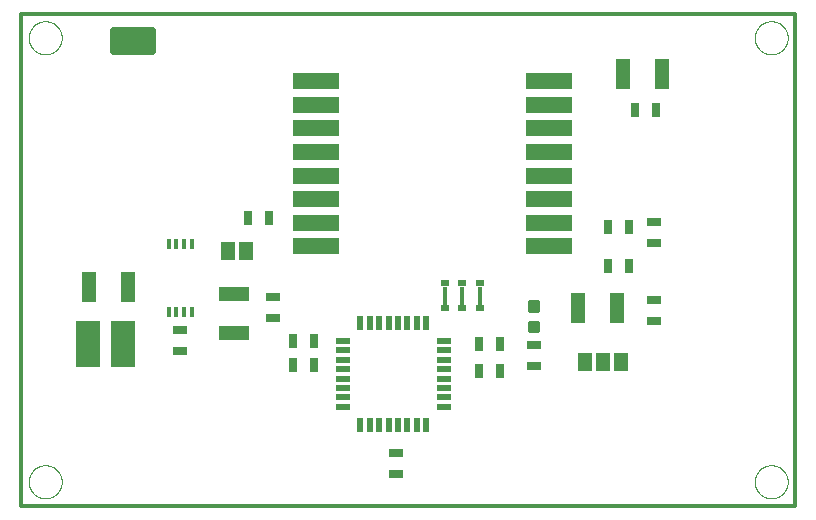
<source format=gtp>
G75*
%MOIN*%
%OFA0B0*%
%FSLAX25Y25*%
%IPPOS*%
%LPD*%
%AMOC8*
5,1,8,0,0,1.08239X$1,22.5*
%
%ADD10C,0.00000*%
%ADD11C,0.01200*%
%ADD12R,0.15748X0.05512*%
%ADD13R,0.04724X0.09843*%
%ADD14R,0.09843X0.04724*%
%ADD15R,0.07874X0.15748*%
%ADD16R,0.01575X0.03543*%
%ADD17R,0.04724X0.03150*%
%ADD18R,0.03150X0.04724*%
%ADD19R,0.04600X0.06300*%
%ADD20R,0.01575X0.06299*%
%ADD21R,0.03150X0.01969*%
%ADD22C,0.02362*%
%ADD23R,0.05000X0.02200*%
%ADD24R,0.02200X0.05000*%
%ADD25C,0.01181*%
D10*
X0004288Y0009800D02*
X0004290Y0009948D01*
X0004296Y0010096D01*
X0004306Y0010244D01*
X0004320Y0010391D01*
X0004338Y0010538D01*
X0004359Y0010684D01*
X0004385Y0010830D01*
X0004415Y0010975D01*
X0004448Y0011119D01*
X0004486Y0011262D01*
X0004527Y0011404D01*
X0004572Y0011545D01*
X0004620Y0011685D01*
X0004673Y0011824D01*
X0004729Y0011961D01*
X0004789Y0012096D01*
X0004852Y0012230D01*
X0004919Y0012362D01*
X0004990Y0012492D01*
X0005064Y0012620D01*
X0005141Y0012746D01*
X0005222Y0012870D01*
X0005306Y0012992D01*
X0005393Y0013111D01*
X0005484Y0013228D01*
X0005578Y0013343D01*
X0005674Y0013455D01*
X0005774Y0013565D01*
X0005876Y0013671D01*
X0005982Y0013775D01*
X0006090Y0013876D01*
X0006201Y0013974D01*
X0006314Y0014070D01*
X0006430Y0014162D01*
X0006548Y0014251D01*
X0006669Y0014336D01*
X0006792Y0014419D01*
X0006917Y0014498D01*
X0007044Y0014574D01*
X0007173Y0014646D01*
X0007304Y0014715D01*
X0007437Y0014780D01*
X0007572Y0014841D01*
X0007708Y0014899D01*
X0007845Y0014954D01*
X0007984Y0015004D01*
X0008125Y0015051D01*
X0008266Y0015094D01*
X0008409Y0015134D01*
X0008553Y0015169D01*
X0008697Y0015201D01*
X0008843Y0015228D01*
X0008989Y0015252D01*
X0009136Y0015272D01*
X0009283Y0015288D01*
X0009430Y0015300D01*
X0009578Y0015308D01*
X0009726Y0015312D01*
X0009874Y0015312D01*
X0010022Y0015308D01*
X0010170Y0015300D01*
X0010317Y0015288D01*
X0010464Y0015272D01*
X0010611Y0015252D01*
X0010757Y0015228D01*
X0010903Y0015201D01*
X0011047Y0015169D01*
X0011191Y0015134D01*
X0011334Y0015094D01*
X0011475Y0015051D01*
X0011616Y0015004D01*
X0011755Y0014954D01*
X0011892Y0014899D01*
X0012028Y0014841D01*
X0012163Y0014780D01*
X0012296Y0014715D01*
X0012427Y0014646D01*
X0012556Y0014574D01*
X0012683Y0014498D01*
X0012808Y0014419D01*
X0012931Y0014336D01*
X0013052Y0014251D01*
X0013170Y0014162D01*
X0013286Y0014070D01*
X0013399Y0013974D01*
X0013510Y0013876D01*
X0013618Y0013775D01*
X0013724Y0013671D01*
X0013826Y0013565D01*
X0013926Y0013455D01*
X0014022Y0013343D01*
X0014116Y0013228D01*
X0014207Y0013111D01*
X0014294Y0012992D01*
X0014378Y0012870D01*
X0014459Y0012746D01*
X0014536Y0012620D01*
X0014610Y0012492D01*
X0014681Y0012362D01*
X0014748Y0012230D01*
X0014811Y0012096D01*
X0014871Y0011961D01*
X0014927Y0011824D01*
X0014980Y0011685D01*
X0015028Y0011545D01*
X0015073Y0011404D01*
X0015114Y0011262D01*
X0015152Y0011119D01*
X0015185Y0010975D01*
X0015215Y0010830D01*
X0015241Y0010684D01*
X0015262Y0010538D01*
X0015280Y0010391D01*
X0015294Y0010244D01*
X0015304Y0010096D01*
X0015310Y0009948D01*
X0015312Y0009800D01*
X0015310Y0009652D01*
X0015304Y0009504D01*
X0015294Y0009356D01*
X0015280Y0009209D01*
X0015262Y0009062D01*
X0015241Y0008916D01*
X0015215Y0008770D01*
X0015185Y0008625D01*
X0015152Y0008481D01*
X0015114Y0008338D01*
X0015073Y0008196D01*
X0015028Y0008055D01*
X0014980Y0007915D01*
X0014927Y0007776D01*
X0014871Y0007639D01*
X0014811Y0007504D01*
X0014748Y0007370D01*
X0014681Y0007238D01*
X0014610Y0007108D01*
X0014536Y0006980D01*
X0014459Y0006854D01*
X0014378Y0006730D01*
X0014294Y0006608D01*
X0014207Y0006489D01*
X0014116Y0006372D01*
X0014022Y0006257D01*
X0013926Y0006145D01*
X0013826Y0006035D01*
X0013724Y0005929D01*
X0013618Y0005825D01*
X0013510Y0005724D01*
X0013399Y0005626D01*
X0013286Y0005530D01*
X0013170Y0005438D01*
X0013052Y0005349D01*
X0012931Y0005264D01*
X0012808Y0005181D01*
X0012683Y0005102D01*
X0012556Y0005026D01*
X0012427Y0004954D01*
X0012296Y0004885D01*
X0012163Y0004820D01*
X0012028Y0004759D01*
X0011892Y0004701D01*
X0011755Y0004646D01*
X0011616Y0004596D01*
X0011475Y0004549D01*
X0011334Y0004506D01*
X0011191Y0004466D01*
X0011047Y0004431D01*
X0010903Y0004399D01*
X0010757Y0004372D01*
X0010611Y0004348D01*
X0010464Y0004328D01*
X0010317Y0004312D01*
X0010170Y0004300D01*
X0010022Y0004292D01*
X0009874Y0004288D01*
X0009726Y0004288D01*
X0009578Y0004292D01*
X0009430Y0004300D01*
X0009283Y0004312D01*
X0009136Y0004328D01*
X0008989Y0004348D01*
X0008843Y0004372D01*
X0008697Y0004399D01*
X0008553Y0004431D01*
X0008409Y0004466D01*
X0008266Y0004506D01*
X0008125Y0004549D01*
X0007984Y0004596D01*
X0007845Y0004646D01*
X0007708Y0004701D01*
X0007572Y0004759D01*
X0007437Y0004820D01*
X0007304Y0004885D01*
X0007173Y0004954D01*
X0007044Y0005026D01*
X0006917Y0005102D01*
X0006792Y0005181D01*
X0006669Y0005264D01*
X0006548Y0005349D01*
X0006430Y0005438D01*
X0006314Y0005530D01*
X0006201Y0005626D01*
X0006090Y0005724D01*
X0005982Y0005825D01*
X0005876Y0005929D01*
X0005774Y0006035D01*
X0005674Y0006145D01*
X0005578Y0006257D01*
X0005484Y0006372D01*
X0005393Y0006489D01*
X0005306Y0006608D01*
X0005222Y0006730D01*
X0005141Y0006854D01*
X0005064Y0006980D01*
X0004990Y0007108D01*
X0004919Y0007238D01*
X0004852Y0007370D01*
X0004789Y0007504D01*
X0004729Y0007639D01*
X0004673Y0007776D01*
X0004620Y0007915D01*
X0004572Y0008055D01*
X0004527Y0008196D01*
X0004486Y0008338D01*
X0004448Y0008481D01*
X0004415Y0008625D01*
X0004385Y0008770D01*
X0004359Y0008916D01*
X0004338Y0009062D01*
X0004320Y0009209D01*
X0004306Y0009356D01*
X0004296Y0009504D01*
X0004290Y0009652D01*
X0004288Y0009800D01*
X0004288Y0157800D02*
X0004290Y0157948D01*
X0004296Y0158096D01*
X0004306Y0158244D01*
X0004320Y0158391D01*
X0004338Y0158538D01*
X0004359Y0158684D01*
X0004385Y0158830D01*
X0004415Y0158975D01*
X0004448Y0159119D01*
X0004486Y0159262D01*
X0004527Y0159404D01*
X0004572Y0159545D01*
X0004620Y0159685D01*
X0004673Y0159824D01*
X0004729Y0159961D01*
X0004789Y0160096D01*
X0004852Y0160230D01*
X0004919Y0160362D01*
X0004990Y0160492D01*
X0005064Y0160620D01*
X0005141Y0160746D01*
X0005222Y0160870D01*
X0005306Y0160992D01*
X0005393Y0161111D01*
X0005484Y0161228D01*
X0005578Y0161343D01*
X0005674Y0161455D01*
X0005774Y0161565D01*
X0005876Y0161671D01*
X0005982Y0161775D01*
X0006090Y0161876D01*
X0006201Y0161974D01*
X0006314Y0162070D01*
X0006430Y0162162D01*
X0006548Y0162251D01*
X0006669Y0162336D01*
X0006792Y0162419D01*
X0006917Y0162498D01*
X0007044Y0162574D01*
X0007173Y0162646D01*
X0007304Y0162715D01*
X0007437Y0162780D01*
X0007572Y0162841D01*
X0007708Y0162899D01*
X0007845Y0162954D01*
X0007984Y0163004D01*
X0008125Y0163051D01*
X0008266Y0163094D01*
X0008409Y0163134D01*
X0008553Y0163169D01*
X0008697Y0163201D01*
X0008843Y0163228D01*
X0008989Y0163252D01*
X0009136Y0163272D01*
X0009283Y0163288D01*
X0009430Y0163300D01*
X0009578Y0163308D01*
X0009726Y0163312D01*
X0009874Y0163312D01*
X0010022Y0163308D01*
X0010170Y0163300D01*
X0010317Y0163288D01*
X0010464Y0163272D01*
X0010611Y0163252D01*
X0010757Y0163228D01*
X0010903Y0163201D01*
X0011047Y0163169D01*
X0011191Y0163134D01*
X0011334Y0163094D01*
X0011475Y0163051D01*
X0011616Y0163004D01*
X0011755Y0162954D01*
X0011892Y0162899D01*
X0012028Y0162841D01*
X0012163Y0162780D01*
X0012296Y0162715D01*
X0012427Y0162646D01*
X0012556Y0162574D01*
X0012683Y0162498D01*
X0012808Y0162419D01*
X0012931Y0162336D01*
X0013052Y0162251D01*
X0013170Y0162162D01*
X0013286Y0162070D01*
X0013399Y0161974D01*
X0013510Y0161876D01*
X0013618Y0161775D01*
X0013724Y0161671D01*
X0013826Y0161565D01*
X0013926Y0161455D01*
X0014022Y0161343D01*
X0014116Y0161228D01*
X0014207Y0161111D01*
X0014294Y0160992D01*
X0014378Y0160870D01*
X0014459Y0160746D01*
X0014536Y0160620D01*
X0014610Y0160492D01*
X0014681Y0160362D01*
X0014748Y0160230D01*
X0014811Y0160096D01*
X0014871Y0159961D01*
X0014927Y0159824D01*
X0014980Y0159685D01*
X0015028Y0159545D01*
X0015073Y0159404D01*
X0015114Y0159262D01*
X0015152Y0159119D01*
X0015185Y0158975D01*
X0015215Y0158830D01*
X0015241Y0158684D01*
X0015262Y0158538D01*
X0015280Y0158391D01*
X0015294Y0158244D01*
X0015304Y0158096D01*
X0015310Y0157948D01*
X0015312Y0157800D01*
X0015310Y0157652D01*
X0015304Y0157504D01*
X0015294Y0157356D01*
X0015280Y0157209D01*
X0015262Y0157062D01*
X0015241Y0156916D01*
X0015215Y0156770D01*
X0015185Y0156625D01*
X0015152Y0156481D01*
X0015114Y0156338D01*
X0015073Y0156196D01*
X0015028Y0156055D01*
X0014980Y0155915D01*
X0014927Y0155776D01*
X0014871Y0155639D01*
X0014811Y0155504D01*
X0014748Y0155370D01*
X0014681Y0155238D01*
X0014610Y0155108D01*
X0014536Y0154980D01*
X0014459Y0154854D01*
X0014378Y0154730D01*
X0014294Y0154608D01*
X0014207Y0154489D01*
X0014116Y0154372D01*
X0014022Y0154257D01*
X0013926Y0154145D01*
X0013826Y0154035D01*
X0013724Y0153929D01*
X0013618Y0153825D01*
X0013510Y0153724D01*
X0013399Y0153626D01*
X0013286Y0153530D01*
X0013170Y0153438D01*
X0013052Y0153349D01*
X0012931Y0153264D01*
X0012808Y0153181D01*
X0012683Y0153102D01*
X0012556Y0153026D01*
X0012427Y0152954D01*
X0012296Y0152885D01*
X0012163Y0152820D01*
X0012028Y0152759D01*
X0011892Y0152701D01*
X0011755Y0152646D01*
X0011616Y0152596D01*
X0011475Y0152549D01*
X0011334Y0152506D01*
X0011191Y0152466D01*
X0011047Y0152431D01*
X0010903Y0152399D01*
X0010757Y0152372D01*
X0010611Y0152348D01*
X0010464Y0152328D01*
X0010317Y0152312D01*
X0010170Y0152300D01*
X0010022Y0152292D01*
X0009874Y0152288D01*
X0009726Y0152288D01*
X0009578Y0152292D01*
X0009430Y0152300D01*
X0009283Y0152312D01*
X0009136Y0152328D01*
X0008989Y0152348D01*
X0008843Y0152372D01*
X0008697Y0152399D01*
X0008553Y0152431D01*
X0008409Y0152466D01*
X0008266Y0152506D01*
X0008125Y0152549D01*
X0007984Y0152596D01*
X0007845Y0152646D01*
X0007708Y0152701D01*
X0007572Y0152759D01*
X0007437Y0152820D01*
X0007304Y0152885D01*
X0007173Y0152954D01*
X0007044Y0153026D01*
X0006917Y0153102D01*
X0006792Y0153181D01*
X0006669Y0153264D01*
X0006548Y0153349D01*
X0006430Y0153438D01*
X0006314Y0153530D01*
X0006201Y0153626D01*
X0006090Y0153724D01*
X0005982Y0153825D01*
X0005876Y0153929D01*
X0005774Y0154035D01*
X0005674Y0154145D01*
X0005578Y0154257D01*
X0005484Y0154372D01*
X0005393Y0154489D01*
X0005306Y0154608D01*
X0005222Y0154730D01*
X0005141Y0154854D01*
X0005064Y0154980D01*
X0004990Y0155108D01*
X0004919Y0155238D01*
X0004852Y0155370D01*
X0004789Y0155504D01*
X0004729Y0155639D01*
X0004673Y0155776D01*
X0004620Y0155915D01*
X0004572Y0156055D01*
X0004527Y0156196D01*
X0004486Y0156338D01*
X0004448Y0156481D01*
X0004415Y0156625D01*
X0004385Y0156770D01*
X0004359Y0156916D01*
X0004338Y0157062D01*
X0004320Y0157209D01*
X0004306Y0157356D01*
X0004296Y0157504D01*
X0004290Y0157652D01*
X0004288Y0157800D01*
X0246288Y0157800D02*
X0246290Y0157948D01*
X0246296Y0158096D01*
X0246306Y0158244D01*
X0246320Y0158391D01*
X0246338Y0158538D01*
X0246359Y0158684D01*
X0246385Y0158830D01*
X0246415Y0158975D01*
X0246448Y0159119D01*
X0246486Y0159262D01*
X0246527Y0159404D01*
X0246572Y0159545D01*
X0246620Y0159685D01*
X0246673Y0159824D01*
X0246729Y0159961D01*
X0246789Y0160096D01*
X0246852Y0160230D01*
X0246919Y0160362D01*
X0246990Y0160492D01*
X0247064Y0160620D01*
X0247141Y0160746D01*
X0247222Y0160870D01*
X0247306Y0160992D01*
X0247393Y0161111D01*
X0247484Y0161228D01*
X0247578Y0161343D01*
X0247674Y0161455D01*
X0247774Y0161565D01*
X0247876Y0161671D01*
X0247982Y0161775D01*
X0248090Y0161876D01*
X0248201Y0161974D01*
X0248314Y0162070D01*
X0248430Y0162162D01*
X0248548Y0162251D01*
X0248669Y0162336D01*
X0248792Y0162419D01*
X0248917Y0162498D01*
X0249044Y0162574D01*
X0249173Y0162646D01*
X0249304Y0162715D01*
X0249437Y0162780D01*
X0249572Y0162841D01*
X0249708Y0162899D01*
X0249845Y0162954D01*
X0249984Y0163004D01*
X0250125Y0163051D01*
X0250266Y0163094D01*
X0250409Y0163134D01*
X0250553Y0163169D01*
X0250697Y0163201D01*
X0250843Y0163228D01*
X0250989Y0163252D01*
X0251136Y0163272D01*
X0251283Y0163288D01*
X0251430Y0163300D01*
X0251578Y0163308D01*
X0251726Y0163312D01*
X0251874Y0163312D01*
X0252022Y0163308D01*
X0252170Y0163300D01*
X0252317Y0163288D01*
X0252464Y0163272D01*
X0252611Y0163252D01*
X0252757Y0163228D01*
X0252903Y0163201D01*
X0253047Y0163169D01*
X0253191Y0163134D01*
X0253334Y0163094D01*
X0253475Y0163051D01*
X0253616Y0163004D01*
X0253755Y0162954D01*
X0253892Y0162899D01*
X0254028Y0162841D01*
X0254163Y0162780D01*
X0254296Y0162715D01*
X0254427Y0162646D01*
X0254556Y0162574D01*
X0254683Y0162498D01*
X0254808Y0162419D01*
X0254931Y0162336D01*
X0255052Y0162251D01*
X0255170Y0162162D01*
X0255286Y0162070D01*
X0255399Y0161974D01*
X0255510Y0161876D01*
X0255618Y0161775D01*
X0255724Y0161671D01*
X0255826Y0161565D01*
X0255926Y0161455D01*
X0256022Y0161343D01*
X0256116Y0161228D01*
X0256207Y0161111D01*
X0256294Y0160992D01*
X0256378Y0160870D01*
X0256459Y0160746D01*
X0256536Y0160620D01*
X0256610Y0160492D01*
X0256681Y0160362D01*
X0256748Y0160230D01*
X0256811Y0160096D01*
X0256871Y0159961D01*
X0256927Y0159824D01*
X0256980Y0159685D01*
X0257028Y0159545D01*
X0257073Y0159404D01*
X0257114Y0159262D01*
X0257152Y0159119D01*
X0257185Y0158975D01*
X0257215Y0158830D01*
X0257241Y0158684D01*
X0257262Y0158538D01*
X0257280Y0158391D01*
X0257294Y0158244D01*
X0257304Y0158096D01*
X0257310Y0157948D01*
X0257312Y0157800D01*
X0257310Y0157652D01*
X0257304Y0157504D01*
X0257294Y0157356D01*
X0257280Y0157209D01*
X0257262Y0157062D01*
X0257241Y0156916D01*
X0257215Y0156770D01*
X0257185Y0156625D01*
X0257152Y0156481D01*
X0257114Y0156338D01*
X0257073Y0156196D01*
X0257028Y0156055D01*
X0256980Y0155915D01*
X0256927Y0155776D01*
X0256871Y0155639D01*
X0256811Y0155504D01*
X0256748Y0155370D01*
X0256681Y0155238D01*
X0256610Y0155108D01*
X0256536Y0154980D01*
X0256459Y0154854D01*
X0256378Y0154730D01*
X0256294Y0154608D01*
X0256207Y0154489D01*
X0256116Y0154372D01*
X0256022Y0154257D01*
X0255926Y0154145D01*
X0255826Y0154035D01*
X0255724Y0153929D01*
X0255618Y0153825D01*
X0255510Y0153724D01*
X0255399Y0153626D01*
X0255286Y0153530D01*
X0255170Y0153438D01*
X0255052Y0153349D01*
X0254931Y0153264D01*
X0254808Y0153181D01*
X0254683Y0153102D01*
X0254556Y0153026D01*
X0254427Y0152954D01*
X0254296Y0152885D01*
X0254163Y0152820D01*
X0254028Y0152759D01*
X0253892Y0152701D01*
X0253755Y0152646D01*
X0253616Y0152596D01*
X0253475Y0152549D01*
X0253334Y0152506D01*
X0253191Y0152466D01*
X0253047Y0152431D01*
X0252903Y0152399D01*
X0252757Y0152372D01*
X0252611Y0152348D01*
X0252464Y0152328D01*
X0252317Y0152312D01*
X0252170Y0152300D01*
X0252022Y0152292D01*
X0251874Y0152288D01*
X0251726Y0152288D01*
X0251578Y0152292D01*
X0251430Y0152300D01*
X0251283Y0152312D01*
X0251136Y0152328D01*
X0250989Y0152348D01*
X0250843Y0152372D01*
X0250697Y0152399D01*
X0250553Y0152431D01*
X0250409Y0152466D01*
X0250266Y0152506D01*
X0250125Y0152549D01*
X0249984Y0152596D01*
X0249845Y0152646D01*
X0249708Y0152701D01*
X0249572Y0152759D01*
X0249437Y0152820D01*
X0249304Y0152885D01*
X0249173Y0152954D01*
X0249044Y0153026D01*
X0248917Y0153102D01*
X0248792Y0153181D01*
X0248669Y0153264D01*
X0248548Y0153349D01*
X0248430Y0153438D01*
X0248314Y0153530D01*
X0248201Y0153626D01*
X0248090Y0153724D01*
X0247982Y0153825D01*
X0247876Y0153929D01*
X0247774Y0154035D01*
X0247674Y0154145D01*
X0247578Y0154257D01*
X0247484Y0154372D01*
X0247393Y0154489D01*
X0247306Y0154608D01*
X0247222Y0154730D01*
X0247141Y0154854D01*
X0247064Y0154980D01*
X0246990Y0155108D01*
X0246919Y0155238D01*
X0246852Y0155370D01*
X0246789Y0155504D01*
X0246729Y0155639D01*
X0246673Y0155776D01*
X0246620Y0155915D01*
X0246572Y0156055D01*
X0246527Y0156196D01*
X0246486Y0156338D01*
X0246448Y0156481D01*
X0246415Y0156625D01*
X0246385Y0156770D01*
X0246359Y0156916D01*
X0246338Y0157062D01*
X0246320Y0157209D01*
X0246306Y0157356D01*
X0246296Y0157504D01*
X0246290Y0157652D01*
X0246288Y0157800D01*
X0246288Y0009800D02*
X0246290Y0009948D01*
X0246296Y0010096D01*
X0246306Y0010244D01*
X0246320Y0010391D01*
X0246338Y0010538D01*
X0246359Y0010684D01*
X0246385Y0010830D01*
X0246415Y0010975D01*
X0246448Y0011119D01*
X0246486Y0011262D01*
X0246527Y0011404D01*
X0246572Y0011545D01*
X0246620Y0011685D01*
X0246673Y0011824D01*
X0246729Y0011961D01*
X0246789Y0012096D01*
X0246852Y0012230D01*
X0246919Y0012362D01*
X0246990Y0012492D01*
X0247064Y0012620D01*
X0247141Y0012746D01*
X0247222Y0012870D01*
X0247306Y0012992D01*
X0247393Y0013111D01*
X0247484Y0013228D01*
X0247578Y0013343D01*
X0247674Y0013455D01*
X0247774Y0013565D01*
X0247876Y0013671D01*
X0247982Y0013775D01*
X0248090Y0013876D01*
X0248201Y0013974D01*
X0248314Y0014070D01*
X0248430Y0014162D01*
X0248548Y0014251D01*
X0248669Y0014336D01*
X0248792Y0014419D01*
X0248917Y0014498D01*
X0249044Y0014574D01*
X0249173Y0014646D01*
X0249304Y0014715D01*
X0249437Y0014780D01*
X0249572Y0014841D01*
X0249708Y0014899D01*
X0249845Y0014954D01*
X0249984Y0015004D01*
X0250125Y0015051D01*
X0250266Y0015094D01*
X0250409Y0015134D01*
X0250553Y0015169D01*
X0250697Y0015201D01*
X0250843Y0015228D01*
X0250989Y0015252D01*
X0251136Y0015272D01*
X0251283Y0015288D01*
X0251430Y0015300D01*
X0251578Y0015308D01*
X0251726Y0015312D01*
X0251874Y0015312D01*
X0252022Y0015308D01*
X0252170Y0015300D01*
X0252317Y0015288D01*
X0252464Y0015272D01*
X0252611Y0015252D01*
X0252757Y0015228D01*
X0252903Y0015201D01*
X0253047Y0015169D01*
X0253191Y0015134D01*
X0253334Y0015094D01*
X0253475Y0015051D01*
X0253616Y0015004D01*
X0253755Y0014954D01*
X0253892Y0014899D01*
X0254028Y0014841D01*
X0254163Y0014780D01*
X0254296Y0014715D01*
X0254427Y0014646D01*
X0254556Y0014574D01*
X0254683Y0014498D01*
X0254808Y0014419D01*
X0254931Y0014336D01*
X0255052Y0014251D01*
X0255170Y0014162D01*
X0255286Y0014070D01*
X0255399Y0013974D01*
X0255510Y0013876D01*
X0255618Y0013775D01*
X0255724Y0013671D01*
X0255826Y0013565D01*
X0255926Y0013455D01*
X0256022Y0013343D01*
X0256116Y0013228D01*
X0256207Y0013111D01*
X0256294Y0012992D01*
X0256378Y0012870D01*
X0256459Y0012746D01*
X0256536Y0012620D01*
X0256610Y0012492D01*
X0256681Y0012362D01*
X0256748Y0012230D01*
X0256811Y0012096D01*
X0256871Y0011961D01*
X0256927Y0011824D01*
X0256980Y0011685D01*
X0257028Y0011545D01*
X0257073Y0011404D01*
X0257114Y0011262D01*
X0257152Y0011119D01*
X0257185Y0010975D01*
X0257215Y0010830D01*
X0257241Y0010684D01*
X0257262Y0010538D01*
X0257280Y0010391D01*
X0257294Y0010244D01*
X0257304Y0010096D01*
X0257310Y0009948D01*
X0257312Y0009800D01*
X0257310Y0009652D01*
X0257304Y0009504D01*
X0257294Y0009356D01*
X0257280Y0009209D01*
X0257262Y0009062D01*
X0257241Y0008916D01*
X0257215Y0008770D01*
X0257185Y0008625D01*
X0257152Y0008481D01*
X0257114Y0008338D01*
X0257073Y0008196D01*
X0257028Y0008055D01*
X0256980Y0007915D01*
X0256927Y0007776D01*
X0256871Y0007639D01*
X0256811Y0007504D01*
X0256748Y0007370D01*
X0256681Y0007238D01*
X0256610Y0007108D01*
X0256536Y0006980D01*
X0256459Y0006854D01*
X0256378Y0006730D01*
X0256294Y0006608D01*
X0256207Y0006489D01*
X0256116Y0006372D01*
X0256022Y0006257D01*
X0255926Y0006145D01*
X0255826Y0006035D01*
X0255724Y0005929D01*
X0255618Y0005825D01*
X0255510Y0005724D01*
X0255399Y0005626D01*
X0255286Y0005530D01*
X0255170Y0005438D01*
X0255052Y0005349D01*
X0254931Y0005264D01*
X0254808Y0005181D01*
X0254683Y0005102D01*
X0254556Y0005026D01*
X0254427Y0004954D01*
X0254296Y0004885D01*
X0254163Y0004820D01*
X0254028Y0004759D01*
X0253892Y0004701D01*
X0253755Y0004646D01*
X0253616Y0004596D01*
X0253475Y0004549D01*
X0253334Y0004506D01*
X0253191Y0004466D01*
X0253047Y0004431D01*
X0252903Y0004399D01*
X0252757Y0004372D01*
X0252611Y0004348D01*
X0252464Y0004328D01*
X0252317Y0004312D01*
X0252170Y0004300D01*
X0252022Y0004292D01*
X0251874Y0004288D01*
X0251726Y0004288D01*
X0251578Y0004292D01*
X0251430Y0004300D01*
X0251283Y0004312D01*
X0251136Y0004328D01*
X0250989Y0004348D01*
X0250843Y0004372D01*
X0250697Y0004399D01*
X0250553Y0004431D01*
X0250409Y0004466D01*
X0250266Y0004506D01*
X0250125Y0004549D01*
X0249984Y0004596D01*
X0249845Y0004646D01*
X0249708Y0004701D01*
X0249572Y0004759D01*
X0249437Y0004820D01*
X0249304Y0004885D01*
X0249173Y0004954D01*
X0249044Y0005026D01*
X0248917Y0005102D01*
X0248792Y0005181D01*
X0248669Y0005264D01*
X0248548Y0005349D01*
X0248430Y0005438D01*
X0248314Y0005530D01*
X0248201Y0005626D01*
X0248090Y0005724D01*
X0247982Y0005825D01*
X0247876Y0005929D01*
X0247774Y0006035D01*
X0247674Y0006145D01*
X0247578Y0006257D01*
X0247484Y0006372D01*
X0247393Y0006489D01*
X0247306Y0006608D01*
X0247222Y0006730D01*
X0247141Y0006854D01*
X0247064Y0006980D01*
X0246990Y0007108D01*
X0246919Y0007238D01*
X0246852Y0007370D01*
X0246789Y0007504D01*
X0246729Y0007639D01*
X0246673Y0007776D01*
X0246620Y0007915D01*
X0246572Y0008055D01*
X0246527Y0008196D01*
X0246486Y0008338D01*
X0246448Y0008481D01*
X0246415Y0008625D01*
X0246385Y0008770D01*
X0246359Y0008916D01*
X0246338Y0009062D01*
X0246320Y0009209D01*
X0246306Y0009356D01*
X0246296Y0009504D01*
X0246290Y0009652D01*
X0246288Y0009800D01*
D11*
X0001800Y0001800D02*
X0001800Y0165501D01*
X0001800Y0165800D02*
X0259800Y0165800D01*
X0259800Y0001800D01*
X0259721Y0001800D02*
X0001800Y0001800D01*
D12*
X0100020Y0088241D03*
X0100020Y0096115D03*
X0100020Y0103989D03*
X0100020Y0111863D03*
X0100020Y0119737D03*
X0100020Y0127611D03*
X0100020Y0135485D03*
X0100020Y0143359D03*
X0177580Y0143359D03*
X0177580Y0135485D03*
X0177580Y0127611D03*
X0177580Y0119737D03*
X0177580Y0111863D03*
X0177580Y0103989D03*
X0177580Y0096115D03*
X0177580Y0088241D03*
D13*
X0187304Y0067800D03*
X0200296Y0067800D03*
X0202304Y0145800D03*
X0215296Y0145800D03*
X0037296Y0074800D03*
X0024304Y0074800D03*
D14*
X0072800Y0072296D03*
X0072800Y0059304D03*
D15*
X0035706Y0055800D03*
X0023894Y0055800D03*
D16*
X0050961Y0066383D03*
X0053520Y0066383D03*
X0056080Y0066383D03*
X0058639Y0066383D03*
X0058639Y0089217D03*
X0056080Y0089217D03*
X0053520Y0089217D03*
X0050961Y0089217D03*
D17*
X0085800Y0071343D03*
X0085800Y0064257D03*
X0054800Y0060343D03*
X0054800Y0053257D03*
X0126800Y0019343D03*
X0126800Y0012257D03*
X0172800Y0048257D03*
X0172800Y0055343D03*
X0212800Y0063257D03*
X0212800Y0070343D03*
X0212800Y0089257D03*
X0212800Y0096343D03*
D18*
X0204343Y0094800D03*
X0197257Y0094800D03*
X0197257Y0081800D03*
X0204343Y0081800D03*
X0161343Y0055800D03*
X0154257Y0055800D03*
X0154257Y0046800D03*
X0161343Y0046800D03*
X0099343Y0048800D03*
X0092257Y0048800D03*
X0092257Y0056800D03*
X0099343Y0056800D03*
X0084343Y0097800D03*
X0077257Y0097800D03*
X0206257Y0133800D03*
X0213343Y0133800D03*
D19*
X0201800Y0049800D03*
X0195800Y0049800D03*
X0189800Y0049800D03*
X0076800Y0086800D03*
X0070800Y0086800D03*
D20*
X0142894Y0071800D03*
X0148800Y0071800D03*
X0154706Y0071800D03*
D21*
X0154706Y0067666D03*
X0148800Y0067666D03*
X0142894Y0067666D03*
X0142894Y0075934D03*
X0148800Y0075934D03*
X0154706Y0075934D03*
D22*
X0045296Y0153257D02*
X0032304Y0153257D01*
X0032304Y0160343D01*
X0045296Y0160343D01*
X0045296Y0153257D01*
X0045296Y0155618D02*
X0032304Y0155618D01*
X0032304Y0157979D02*
X0045296Y0157979D01*
X0045296Y0160340D02*
X0032304Y0160340D01*
D23*
X0108900Y0056824D03*
X0108900Y0053674D03*
X0108900Y0050524D03*
X0108900Y0047375D03*
X0108900Y0044225D03*
X0108900Y0041076D03*
X0108900Y0037926D03*
X0108900Y0034776D03*
X0142700Y0034776D03*
X0142700Y0037926D03*
X0142700Y0041076D03*
X0142700Y0044225D03*
X0142700Y0047375D03*
X0142700Y0050524D03*
X0142700Y0053674D03*
X0142700Y0056824D03*
D24*
X0136824Y0062700D03*
X0133674Y0062700D03*
X0130524Y0062700D03*
X0127375Y0062700D03*
X0124225Y0062700D03*
X0121076Y0062700D03*
X0117926Y0062700D03*
X0114776Y0062700D03*
X0114776Y0028900D03*
X0117926Y0028900D03*
X0121076Y0028900D03*
X0124225Y0028900D03*
X0127375Y0028900D03*
X0130524Y0028900D03*
X0133674Y0028900D03*
X0136824Y0028900D03*
D25*
X0171422Y0059969D02*
X0174178Y0059969D01*
X0171422Y0059969D02*
X0171422Y0062725D01*
X0174178Y0062725D01*
X0174178Y0059969D01*
X0174178Y0061149D02*
X0171422Y0061149D01*
X0171422Y0062329D02*
X0174178Y0062329D01*
X0174178Y0066875D02*
X0171422Y0066875D01*
X0171422Y0069631D01*
X0174178Y0069631D01*
X0174178Y0066875D01*
X0174178Y0068055D02*
X0171422Y0068055D01*
X0171422Y0069235D02*
X0174178Y0069235D01*
M02*

</source>
